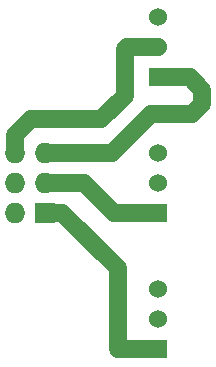
<source format=gbr>
G04 #@! TF.FileFunction,Copper,L1,Top,Signal*
%FSLAX46Y46*%
G04 Gerber Fmt 4.6, Leading zero omitted, Abs format (unit mm)*
G04 Created by KiCad (PCBNEW 4.0.4-stable) date 12/10/16 19:05:05*
%MOMM*%
%LPD*%
G01*
G04 APERTURE LIST*
%ADD10C,0.100000*%
%ADD11C,1.524000*%
%ADD12R,1.524000X1.524000*%
%ADD13R,1.727200X1.727200*%
%ADD14O,1.727200X1.727200*%
%ADD15C,1.500000*%
%ADD16C,1.000000*%
G04 APERTURE END LIST*
D10*
D11*
X253250000Y-129000000D03*
X253250000Y-126460000D03*
D12*
X253250000Y-131540000D03*
D13*
X243750000Y-143000000D03*
D14*
X241210000Y-143000000D03*
X243750000Y-140460000D03*
X241210000Y-140460000D03*
X243750000Y-137920000D03*
X241210000Y-137920000D03*
D11*
X253250000Y-140500000D03*
X253250000Y-137960000D03*
D12*
X253250000Y-143040000D03*
D11*
X253250000Y-152000000D03*
X253250000Y-149460000D03*
D12*
X253250000Y-154540000D03*
D15*
X241210000Y-137920000D02*
X241210000Y-136390000D01*
X241210000Y-136390000D02*
X242525000Y-135075000D01*
X242525000Y-135075000D02*
X248500000Y-135075000D01*
X248500000Y-135075000D02*
X250475000Y-133100000D01*
X250475000Y-133100000D02*
X250475000Y-129175000D01*
X250475000Y-129175000D02*
X250650000Y-129000000D01*
X250650000Y-129000000D02*
X253250000Y-129000000D01*
X254775000Y-134625000D02*
X256150000Y-134625000D01*
X256150000Y-134625000D02*
X257000000Y-133775000D01*
X257000000Y-133775000D02*
X257000000Y-132575000D01*
X257000000Y-132575000D02*
X255965000Y-131540000D01*
X255965000Y-131540000D02*
X253250000Y-131540000D01*
X243750000Y-137920000D02*
X249380000Y-137920000D01*
X249380000Y-137920000D02*
X252675000Y-134625000D01*
X252675000Y-134625000D02*
X254775000Y-134625000D01*
D16*
X243750000Y-137920000D02*
X243830000Y-137920000D01*
D15*
X243750000Y-143000000D02*
X245175000Y-143000000D01*
X249935000Y-154540000D02*
X253250000Y-154540000D01*
X249900000Y-154575000D02*
X249935000Y-154540000D01*
X249900000Y-147725000D02*
X249900000Y-154575000D01*
X245175000Y-143000000D02*
X249900000Y-147725000D01*
X243750000Y-140460000D02*
X246985000Y-140460000D01*
X246985000Y-140460000D02*
X249565000Y-143040000D01*
X249565000Y-143040000D02*
X253250000Y-143040000D01*
M02*

</source>
